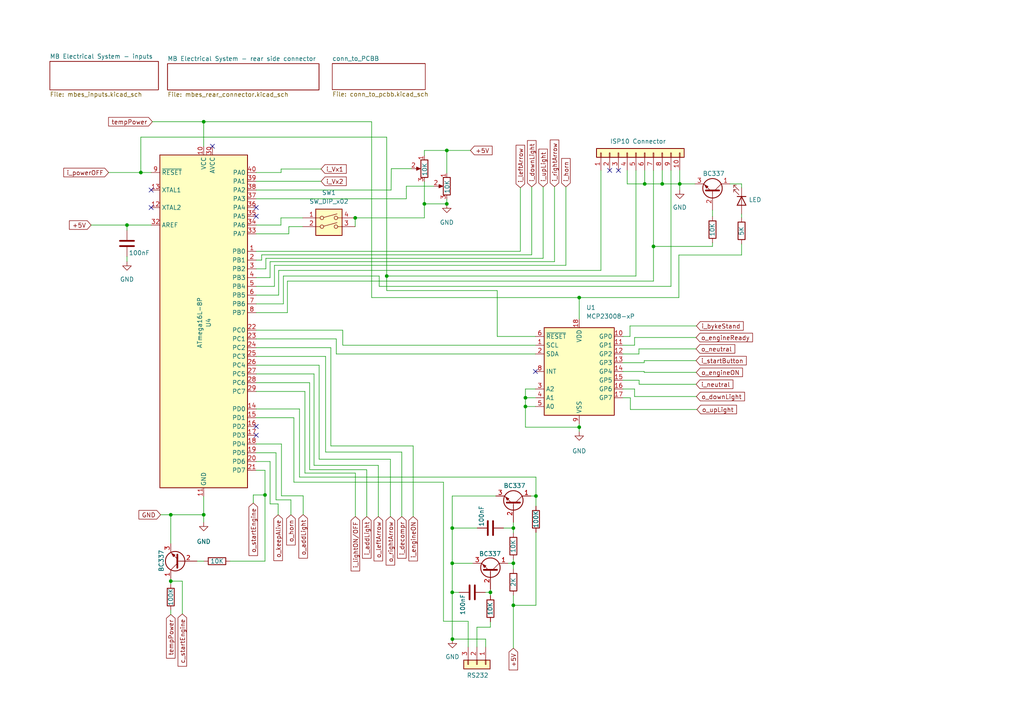
<source format=kicad_sch>
(kicad_sch (version 20211123) (generator eeschema)
  (paper "A4")
  (title_block (title "Motorbike lights and services controller") (date "2022-08-24") (rev "4.0") (company "Panicosoft") (comment 1 "Logic controller unit") (comment 2 "MCU connections"))
  (lib_symbols
    (symbol "ATmega:ATmega16L-8P"
      (property "Reference" "U" (at -12.7 49.53 0))
      (property "Value" "ATmega16L-8P" (at 2.54 -49.53 0))
      (symbol "ATmega16L-8P_0_1"
        (rectangle (start -12.7 -48.26) (end 12.7 48.26) (stroke (width 0.254)) (fill (type background)))
      )
      (symbol "ATmega16L-8P_1_1"
        (pin bidirectional line (at 15.24 20.32 180) (length 2.54) (name "PB0") (number "1"))
        (pin power_in line (at 0 50.8 270) (length 2.54) (name "VCC") (number "10"))
        (pin power_in line (at 0 -50.8 90) (length 2.54) (name "GND") (number "11"))
        (pin output line (at -15.24 33.02 0) (length 2.54) (name "XTAL2") (number "12"))
        (pin input line (at -15.24 38.1 0) (length 2.54) (name "XTAL1") (number "13"))
        (pin bidirectional line (at 15.24 -25.4 180) (length 2.54) (name "PD0") (number "14"))
        (pin bidirectional line (at 15.24 -27.94 180) (length 2.54) (name "PD1") (number "15"))
        (pin bidirectional line (at 15.24 -30.48 180) (length 2.54) (name "PD2") (number "16"))
        (pin bidirectional line (at 15.24 -33.02 180) (length 2.54) (name "PD3") (number "17"))
        (pin bidirectional line (at 15.24 -35.56 180) (length 2.54) (name "PD4") (number "18"))
        (pin bidirectional line (at 15.24 -38.1 180) (length 2.54) (name "PD5") (number "19"))
        (pin bidirectional line (at 15.24 17.78 180) (length 2.54) (name "PB1") (number "2"))
        (pin bidirectional line (at 15.24 -40.64 180) (length 2.54) (name "PD6") (number "20"))
        (pin bidirectional line (at 15.24 -43.18 180) (length 2.54) (name "PD7") (number "21"))
        (pin bidirectional line (at 15.24 -2.54 180) (length 2.54) (name "PC0") (number "22"))
        (pin bidirectional line (at 15.24 -5.08 180) (length 2.54) (name "PC1") (number "23"))
        (pin bidirectional line (at 15.24 -7.62 180) (length 2.54) (name "PC2") (number "24"))
        (pin bidirectional line (at 15.24 -10.16 180) (length 2.54) (name "PC3") (number "25"))
        (pin bidirectional line (at 15.24 -12.7 180) (length 2.54) (name "PC4") (number "26"))
        (pin bidirectional line (at 15.24 -15.24 180) (length 2.54) (name "PC5") (number "27"))
        (pin bidirectional line (at 15.24 -17.78 180) (length 2.54) (name "PC6") (number "28"))
        (pin bidirectional line (at 15.24 -20.32 180) (length 2.54) (name "PC7") (number "29"))
        (pin bidirectional line (at 15.24 15.24 180) (length 2.54) (name "PB2") (number "3"))
        (pin power_in line (at 2.54 50.8 270) (length 2.54) (name "AVCC") (number "30"))
        (pin passive line (at 0 -50.8 90) (length 2.54) hide (name "GND") (number "31"))
        (pin passive line (at -15.24 27.94 0) (length 2.54) (name "AREF") (number "32"))
        (pin bidirectional line (at 15.24 25.4 180) (length 2.54) (name "PA7") (number "33"))
        (pin bidirectional line (at 15.24 27.94 180) (length 2.54) (name "PA6") (number "34"))
        (pin bidirectional line (at 15.24 30.48 180) (length 2.54) (name "PA5") (number "35"))
        (pin bidirectional line (at 15.24 33.02 180) (length 2.54) (name "PA4") (number "36"))
        (pin bidirectional line (at 15.24 35.56 180) (length 2.54) (name "PA3") (number "37"))
        (pin bidirectional line (at 15.24 38.1 180) (length 2.54) (name "PA2") (number "38"))
        (pin bidirectional line (at 15.24 40.64 180) (length 2.54) (name "PA1") (number "39"))
        (pin bidirectional line (at 15.24 12.7 180) (length 2.54) (name "PB3") (number "4"))
        (pin bidirectional line (at 15.24 43.18 180) (length 2.54) (name "PA0") (number "40"))
        (pin bidirectional line (at 15.24 10.16 180) (length 2.54) (name "PB4") (number "5"))
        (pin bidirectional line (at 15.24 7.62 180) (length 2.54) (name "PB5") (number "6"))
        (pin bidirectional line (at 15.24 5.08 180) (length 2.54) (name "PB6") (number "7"))
        (pin bidirectional line (at 15.24 2.54 180) (length 2.54) (name "PB7") (number "8"))
        (pin input line (at -15.24 43.18 0) (length 2.54) (name "~{RESET}") (number "9"))
      )
    )
    (symbol "Connector_Generic:Conn_01x03" (pin_names (offset 1.016) hide)
      (property "Reference" "J" (at 0 5.08 0))
      (property "Value" "Conn_01x03" (at 0 -5.08 0))
      (symbol "Conn_01x03_1_1"
        (rectangle (start -1.27 -2.413) (end 0 -2.667) (stroke (width 0.1524)))
        (rectangle (start -1.27 0.127) (end 0 -0.127) (stroke (width 0.1524)))
        (rectangle (start -1.27 2.667) (end 0 2.413) (stroke (width 0.1524)))
        (rectangle (start -1.27 3.81) (end 1.27 -3.81) (stroke (width 0.254)) (fill (type background)))
        (pin passive line (at -5.08 2.54 0) (length 3.81) (name "Pin_1") (number "1"))
        (pin passive line (at -5.08 0 0) (length 3.81) (name "Pin_2") (number "2"))
        (pin passive line (at -5.08 -2.54 0) (length 3.81) (name "Pin_3") (number "3"))
      )
    )
    (symbol "Connector_Generic:Conn_01x10" (pin_names (offset 1.016) hide)
      (property "Reference" "J" (at 0 12.7 0))
      (property "Value" "Conn_01x10" (at 0 -15.24 0))
      (symbol "Conn_01x10_1_1"
        (rectangle (start -1.27 -12.573) (end 0 -12.827) (stroke (width 0.1524)))
        (rectangle (start -1.27 -10.033) (end 0 -10.287) (stroke (width 0.1524)))
        (rectangle (start -1.27 -7.493) (end 0 -7.747) (stroke (width 0.1524)))
        (rectangle (start -1.27 -4.953) (end 0 -5.207) (stroke (width 0.1524)))
        (rectangle (start -1.27 -2.413) (end 0 -2.667) (stroke (width 0.1524)))
        (rectangle (start -1.27 0.127) (end 0 -0.127) (stroke (width 0.1524)))
        (rectangle (start -1.27 2.667) (end 0 2.413) (stroke (width 0.1524)))
        (rectangle (start -1.27 5.207) (end 0 4.953) (stroke (width 0.1524)))
        (rectangle (start -1.27 7.747) (end 0 7.493) (stroke (width 0.1524)))
        (rectangle (start -1.27 10.287) (end 0 10.033) (stroke (width 0.1524)))
        (rectangle (start -1.27 11.43) (end 1.27 -13.97) (stroke (width 0.254)) (fill (type background)))
        (pin passive line (at -5.08 10.16 0) (length 3.81) (name "Pin_1") (number "1"))
        (pin passive line (at -5.08 -12.7 0) (length 3.81) (name "Pin_10") (number "10"))
        (pin passive line (at -5.08 7.62 0) (length 3.81) (name "Pin_2") (number "2"))
        (pin passive line (at -5.08 5.08 0) (length 3.81) (name "Pin_3") (number "3"))
        (pin passive line (at -5.08 2.54 0) (length 3.81) (name "Pin_4") (number "4"))
        (pin passive line (at -5.08 0 0) (length 3.81) (name "Pin_5") (number "5"))
        (pin passive line (at -5.08 -2.54 0) (length 3.81) (name "Pin_6") (number "6"))
        (pin passive line (at -5.08 -5.08 0) (length 3.81) (name "Pin_7") (number "7"))
        (pin passive line (at -5.08 -7.62 0) (length 3.81) (name "Pin_8") (number "8"))
        (pin passive line (at -5.08 -10.16 0) (length 3.81) (name "Pin_9") (number "9"))
      )
    )
    (symbol "Device:C" (pin_numbers hide) (pin_names (offset 0.254))
      (property "Reference" "C" (at 0.635 2.54 0))
      (property "Value" "C" (at 0.635 -2.54 0))
      (symbol "C_0_1"
        (polyline (pts (xy -2.032 -0.762) (xy 2.032 -0.762)) (stroke (width 0.508)))
        (polyline (pts (xy -2.032 0.762) (xy 2.032 0.762)) (stroke (width 0.508)))
      )
      (symbol "C_1_1"
        (pin passive line (at 0 3.81 270) (length 2.794) (name "~") (number "1"))
        (pin passive line (at 0 -3.81 90) (length 2.794) (name "~") (number "2"))
      )
    )
    (symbol "Device:LED" (pin_numbers hide) (pin_names (offset 1.016) hide)
      (property "Reference" "D" (at 0 2.54 0))
      (property "Value" "LED" (at 0 -2.54 0))
      (symbol "LED_0_1"
        (polyline (pts (xy -1.27 -1.27) (xy -1.27 1.27)) (stroke (width 0.254)))
        (polyline (pts (xy -1.27 0) (xy 1.27 0)))
        (polyline (pts (xy 1.27 -1.27) (xy 1.27 1.27) (xy -1.27 0) (xy 1.27 -1.27)) (stroke (width 0.254)))
        (polyline (pts (xy -3.048 -0.762) (xy -4.572 -2.286) (xy -3.81 -2.286) (xy -4.572 -2.286) (xy -4.572 -1.524)))
        (polyline (pts (xy -1.778 -0.762) (xy -3.302 -2.286) (xy -2.54 -2.286) (xy -3.302 -2.286) (xy -3.302 -1.524)))
      )
      (symbol "LED_1_1"
        (pin passive line (at -3.81 0 0) (length 2.54) (name "K") (number "1"))
        (pin passive line (at 3.81 0 180) (length 2.54) (name "A") (number "2"))
      )
    )
    (symbol "Device:R" (pin_numbers hide) (pin_names (offset 0))
      (property "Reference" "R" (at 2.032 0 90))
      (property "Value" "R" (at 0 0 90))
      (symbol "R_0_1"
        (rectangle (start -1.016 -2.54) (end 1.016 2.54) (stroke (width 0.254)))
      )
      (symbol "R_1_1"
        (pin passive line (at 0 3.81 270) (length 1.27) (name "~") (number "1"))
        (pin passive line (at 0 -3.81 90) (length 1.27) (name "~") (number "2"))
      )
    )
    (symbol "Device:R_Potentiometer" (pin_names (offset 1.016) hide)
      (property "Reference" "RV" (at -4.445 0 90))
      (property "Value" "R_Potentiometer" (at -2.54 0 90))
      (symbol "R_Potentiometer_0_1"
        (polyline (pts (xy 2.54 0) (xy 1.524 0)))
        (polyline (pts (xy 1.143 0) (xy 2.286 0.508) (xy 2.286 -0.508) (xy 1.143 0)) (fill (type outline)))
        (rectangle (start 1.016 2.54) (end -1.016 -2.54) (stroke (width 0.254)))
      )
      (symbol "R_Potentiometer_1_1"
        (pin passive line (at 0 3.81 270) (length 1.27) (name "1") (number "1"))
        (pin passive line (at 3.81 0 180) (length 1.27) (name "2") (number "2"))
        (pin passive line (at 0 -3.81 90) (length 1.27) (name "3") (number "3"))
      )
    )
    (symbol "Interface_Expansion:MCP23008-xP"
      (property "Reference" "U" (at -8.89 13.97 0))
      (property "Value" "MCP23008-xP" (at 8.89 13.97 0))
      (symbol "MCP23008-xP_0_1"
        (rectangle (start -10.16 12.7) (end 10.16 -12.7) (stroke (width 0.254)) (fill (type background)))
      )
      (symbol "MCP23008-xP_1_1"
        (pin input line (at -12.7 7.62 0) (length 2.54) (name "SCL") (number "1"))
        (pin bidirectional line (at 12.7 10.16 180) (length 2.54) (name "GP0") (number "10"))
        (pin bidirectional line (at 12.7 7.62 180) (length 2.54) (name "GP1") (number "11"))
        (pin bidirectional line (at 12.7 5.08 180) (length 2.54) (name "GP2") (number "12"))
        (pin bidirectional line (at 12.7 2.54 180) (length 2.54) (name "GP3") (number "13"))
        (pin bidirectional line (at 12.7 0 180) (length 2.54) (name "GP4") (number "14"))
        (pin bidirectional line (at 12.7 -2.54 180) (length 2.54) (name "GP5") (number "15"))
        (pin bidirectional line (at 12.7 -5.08 180) (length 2.54) (name "GP6") (number "16"))
        (pin bidirectional line (at 12.7 -7.62 180) (length 2.54) (name "GP7") (number "17"))
        (pin power_in line (at 0 15.24 270) (length 2.54) (name "VDD") (number "18"))
        (pin bidirectional line (at -12.7 5.08 0) (length 2.54) (name "SDA") (number "2"))
        (pin input line (at -12.7 -5.08 0) (length 2.54) (name "A2") (number "3"))
        (pin input line (at -12.7 -7.62 0) (length 2.54) (name "A1") (number "4"))
        (pin input line (at -12.7 -10.16 0) (length 2.54) (name "A0") (number "5"))
        (pin input line (at -12.7 10.16 0) (length 2.54) (name "~{RESET}") (number "6"))
        (pin no_connect line (at -10.16 -2.54 0) (length 2.54) hide (name "NC") (number "7"))
        (pin output line (at -12.7 0 0) (length 2.54) (name "INT") (number "8"))
        (pin power_in line (at 0 -15.24 90) (length 2.54) (name "VSS") (number "9"))
      )
    )
    (symbol "Switch:SW_DIP_x02" (pin_names (offset 0) hide)
      (property "Reference" "SW" (at 0 6.35 0))
      (property "Value" "SW_DIP_x02" (at 0 -3.81 0))
      (symbol "SW_DIP_x02_0_0"
        (circle (center -2.032 0) (radius 0.508))
        (circle (center -2.032 2.54) (radius 0.508))
        (polyline (pts (xy -1.524 0.127) (xy 2.3622 1.1684)))
        (polyline (pts (xy -1.524 2.667) (xy 2.3622 3.7084)))
        (circle (center 2.032 0) (radius 0.508))
        (circle (center 2.032 2.54) (radius 0.508))
      )
      (symbol "SW_DIP_x02_0_1"
        (rectangle (start -3.81 5.08) (end 3.81 -2.54) (stroke (width 0.254)) (fill (type background)))
      )
      (symbol "SW_DIP_x02_1_1"
        (pin passive line (at -7.62 2.54 0) (length 5.08) (name "~") (number "1"))
        (pin passive line (at -7.62 0 0) (length 5.08) (name "~") (number "2"))
        (pin passive line (at 7.62 0 180) (length 5.08) (name "~") (number "3"))
        (pin passive line (at 7.62 2.54 180) (length 5.08) (name "~") (number "4"))
      )
    )
    (symbol "Transistor_BJT:BC337" (pin_names (offset 0) hide)
      (property "Reference" "Q" (at 5.08 1.905 0))
      (property "Value" "BC337" (at 5.08 0 0))
      (symbol "BC337_0_1"
        (polyline (pts (xy 0 0) (xy 0.635 0)))
        (polyline (pts (xy 0.635 0.635) (xy 2.54 2.54)))
        (polyline (pts (xy 0.635 -0.635) (xy 2.54 -2.54) (xy 2.54 -2.54)))
        (polyline (pts (xy 0.635 1.905) (xy 0.635 -1.905) (xy 0.635 -1.905)) (stroke (width 0.508)))
        (polyline (pts (xy 1.27 -1.778) (xy 1.778 -1.27) (xy 2.286 -2.286) (xy 1.27 -1.778) (xy 1.27 -1.778)) (fill (type outline)))
        (circle (center 1.27 0) (radius 2.8194) (stroke (width 0.254)))
      )
      (symbol "BC337_1_1"
        (pin passive line (at 2.54 5.08 270) (length 2.54) (name "C") (number "1"))
        (pin input line (at -5.08 0 0) (length 5.08) (name "B") (number "2"))
        (pin passive line (at 2.54 -5.08 90) (length 2.54) (name "E") (number "3"))
      )
    )
    (symbol "power:GND" (power) (pin_names (offset 0))
      (property "Value" "GND" (at 0 -3.81 0))
      (symbol "GND_0_1"
        (polyline (pts (xy 0 0) (xy 0 -1.27) (xy 1.27 -1.27) (xy 0 -2.54) (xy -1.27 -1.27) (xy 0 -1.27)))
      )
      (symbol "GND_1_1"
        (pin power_in line (at 0 0 270) (length 0) hide (name "GND") (number "1"))
      )
    )
  )
  (bus_alias "port-b" (members "PB0" "PB1" "PB2" "PB3" "PB4" "PB5" "PB6" "PB7"))
  (junction (at 59.0804 35.306))
  (junction (at 49.53 168.5544))
  (junction (at 148.8948 163.3728))
  (junction (at 123.0884 59.1312))
  (junction (at 131.1656 171.8056))
  (junction (at 49.53 149.3012))
  (junction (at 167.9956 123.9012))
  (junction (at 167.9956 86.3092))
  (junction (at 59.0804 149.3012))
  (junction (at 155.448 143.8656))
  (junction (at 131.2164 185.3692))
  (junction (at 103.0224 63.1952))
  (junction (at 129.5908 43.6372))
  (junction (at 186.9948 53.34))
  (junction (at 142.24 171.8056))
  (junction (at 131.1656 153.162))
  (junction (at 76.8604 143.5608))
  (junction (at 148.8948 175.5648))
  (junction (at 131.1656 163.3728))
  (junction (at 112.1664 80.0608))
  (junction (at 36.83 65.278))
  (junction (at 152.4 117.9068))
  (junction (at 148.8948 153.162))
  (junction (at 189.5348 71.4756))
  (junction (at 197.1548 53.34))
  (junction (at 152.4 115.3668))
  (junction (at 192.0748 53.34))
  (junction (at 40.8432 50.038))
  (junction (at 129.5908 59.1312))
  (no_connect (at 43.8404 55.118))
  (no_connect (at 74.3204 123.698))
  (no_connect (at 43.8404 60.198))
  (no_connect (at 74.3204 126.238))
  (no_connect (at 155.2956 107.7468))
  (no_connect (at 179.3748 49.4284))
  (no_connect (at 74.3204 62.738))
  (no_connect (at 176.8348 49.4284))
  (no_connect (at 61.6204 42.418))
  (no_connect (at 74.3204 60.198))
  (wire (pts (xy 143.8148 143.8656) (xy 131.1656 143.8656)))
  (wire (pts (xy 184.0484 112.8268) (xy 180.6956 112.8268)))
  (wire (pts (xy 186.8424 108.0008) (xy 186.8424 107.7468)))
  (wire (pts (xy 123.0884 59.1312) (xy 123.0884 52.7304)))
  (wire (pts (xy 74.3204 72.898) (xy 150.9268 72.898)))
  (wire (pts (xy 89.8144 136.2456) (xy 89.8144 110.998)))
  (wire (pts (xy 184.0484 97.8916) (xy 184.0484 100.1268)))
  (wire (pts (xy 49.53 149.3012) (xy 59.0804 149.3012)))
  (wire (pts (xy 74.3204 136.398) (xy 76.8604 136.398)))
  (wire (pts (xy 157.5308 74.93) (xy 157.5308 54.2036)))
  (wire (pts (xy 206.6544 70.4088) (xy 206.6544 71.4756)))
  (wire (pts (xy 103.0224 63.1952) (xy 123.0884 63.1952)))
  (wire (pts (xy 83.7692 65.7352) (xy 87.7824 65.7352)))
  (wire (pts (xy 81.534 49.022) (xy 81.534 50.038)))
  (wire (pts (xy 113.2332 149.8092) (xy 113.2332 133.1976)))
  (wire (pts (xy 152.4 112.8268) (xy 152.4 115.3668)))
  (wire (pts (xy 74.3204 118.618) (xy 86.868 118.618)))
  (wire (pts (xy 123.0884 59.1312) (xy 123.0884 63.1952)))
  (wire (pts (xy 201.8792 101.1936) (xy 185.3184 101.1936)))
  (wire (pts (xy 82.1944 80.0608) (xy 109.982 80.0608)))
  (wire (pts (xy 80.0608 131.318) (xy 74.3204 131.318)))
  (wire (pts (xy 76.8604 162.7632) (xy 66.7512 162.7632)))
  (wire (pts (xy 150.9268 72.898) (xy 150.9268 54.4576)))
  (wire (pts (xy 148.8948 163.3728) (xy 147.32 163.3728)))
  (wire (pts (xy 59.0804 35.306) (xy 59.0804 42.418)))
  (wire (pts (xy 148.8948 172.6692) (xy 148.8948 175.5648)))
  (wire (pts (xy 74.3204 105.918) (xy 92.5576 105.918)))
  (wire (pts (xy 74.3204 67.818) (xy 83.7692 67.818)))
  (wire (pts (xy 76.8604 136.398) (xy 76.8604 143.5608)))
  (wire (pts (xy 185.3692 111.4552) (xy 185.3692 110.2868)))
  (wire (pts (xy 196.9008 86.3092) (xy 196.9008 73.9648)))
  (wire (pts (xy 185.3184 101.1936) (xy 185.3184 102.6668)))
  (wire (pts (xy 182.7276 97.5868) (xy 180.6956 97.5868)))
  (wire (pts (xy 57.15 162.7632) (xy 59.1312 162.7632)))
  (wire (pts (xy 75.8952 75.438) (xy 75.8952 73.914)))
  (wire (pts (xy 83.7692 67.818) (xy 83.7692 65.7352)))
  (wire (pts (xy 186.9948 53.34) (xy 186.9948 49.4284)))
  (wire (pts (xy 155.448 143.8656) (xy 155.448 146.812)))
  (wire (pts (xy 148.8948 163.3728) (xy 148.8948 165.0492)))
  (wire (pts (xy 74.3204 52.578) (xy 93.1164 52.578)))
  (wire (pts (xy 74.3204 95.758) (xy 99.4156 95.758)))
  (wire (pts (xy 74.3204 128.778) (xy 81.6356 128.778)))
  (wire (pts (xy 78.3336 133.858) (xy 78.3336 146.1516)))
  (wire (pts (xy 49.53 149.3012) (xy 49.53 157.6832)))
  (wire (pts (xy 78.3336 80.518) (xy 78.3336 75.8952)))
  (wire (pts (xy 148.8948 162.2044) (xy 148.8948 163.3728)))
  (wire (pts (xy 74.3204 55.118) (xy 113.4364 55.118)))
  (wire (pts (xy 215.0872 62.0776) (xy 215.0872 63.1444)))
  (wire (pts (xy 106.3752 149.8092) (xy 106.3752 136.2456)))
  (wire (pts (xy 79.6036 76.962) (xy 164.1348 76.962)))
  (wire (pts (xy 155.448 143.8656) (xy 153.9748 143.8656)))
  (wire (pts (xy 73.4568 145.8976) (xy 73.4568 143.5608)))
  (wire (pts (xy 109.728 149.8092) (xy 109.728 134.9756)))
  (wire (pts (xy 123.0884 45.1104) (xy 123.0884 43.6372)))
  (wire (pts (xy 88.4428 137.2108) (xy 88.4428 113.538)))
  (wire (pts (xy 74.3204 110.998) (xy 89.8144 110.998)))
  (wire (pts (xy 80.8228 85.598) (xy 80.8228 78.4352)))
  (wire (pts (xy 75.8952 73.914) (xy 154.2288 73.914)))
  (wire (pts (xy 74.3204 108.458) (xy 91.0844 108.458)))
  (wire (pts (xy 109.728 134.9756) (xy 91.0844 134.9756)))
  (wire (pts (xy 103.0224 63.1952) (xy 103.0224 65.7352)))
  (wire (pts (xy 117.856 57.658) (xy 117.856 54.0004)))
  (wire (pts (xy 148.8948 153.162) (xy 146.05 153.162)))
  (wire (pts (xy 184.4548 49.4284) (xy 184.4548 80.0608)))
  (wire (pts (xy 142.24 181.9148) (xy 142.24 180.34)))
  (wire (pts (xy 107.7976 35.306) (xy 59.0804 35.306)))
  (wire (pts (xy 80.6704 146.1516) (xy 80.6704 149.3012)))
  (wire (pts (xy 113.2332 133.1976) (xy 92.5576 133.1976)))
  (wire (pts (xy 201.8792 97.8916) (xy 184.0484 97.8916)))
  (wire (pts (xy 206.6544 71.4756) (xy 189.5348 71.4756)))
  (wire (pts (xy 74.3204 90.678) (xy 83.3628 90.678)))
  (wire (pts (xy 201.8792 104.5972) (xy 186.8424 104.5972)))
  (wire (pts (xy 123.0884 43.6372) (xy 129.5908 43.6372)))
  (wire (pts (xy 49.53 176.9872) (xy 49.53 178.2064)))
  (wire (pts (xy 189.5348 71.4756) (xy 189.5348 81.534)))
  (wire (pts (xy 116.5352 149.8092) (xy 116.5352 131.1148)))
  (wire (pts (xy 135.7884 180.1876) (xy 135.7884 187.6552)))
  (wire (pts (xy 83.3628 81.534) (xy 83.3628 90.678)))
  (wire (pts (xy 26.416 65.278) (xy 36.83 65.278)))
  (wire (pts (xy 82.1944 88.138) (xy 74.3204 88.138)))
  (wire (pts (xy 131.2164 185.3692) (xy 131.1656 185.3692)))
  (wire (pts (xy 80.0608 131.318) (xy 80.0608 144.9832)))
  (wire (pts (xy 84.3788 144.9832) (xy 80.0608 144.9832)))
  (wire (pts (xy 128.6256 180.1876) (xy 135.7884 180.1876)))
  (wire (pts (xy 154.2288 73.914) (xy 154.2288 54.2036)))
  (wire (pts (xy 142.24 171.8056) (xy 140.7668 171.8056)))
  (wire (pts (xy 128.6256 139.8524) (xy 128.6256 180.1876)))
  (wire (pts (xy 192.0748 53.34) (xy 186.9948 53.34)))
  (wire (pts (xy 129.5908 57.8104) (xy 129.5908 59.1312)))
  (wire (pts (xy 131.1656 143.8656) (xy 131.1656 153.162)))
  (wire (pts (xy 36.83 65.278) (xy 36.83 66.802)))
  (wire (pts (xy 182.8292 115.3668) (xy 180.6956 115.3668)))
  (wire (pts (xy 119.8372 149.8092) (xy 119.8372 129.3368)))
  (wire (pts (xy 97.536 98.298) (xy 74.3204 98.298)))
  (wire (pts (xy 186.9948 53.34) (xy 181.9148 53.34)))
  (wire (pts (xy 106.3752 136.2456) (xy 89.8144 136.2456)))
  (wire (pts (xy 74.3204 103.378) (xy 94.4372 103.378)))
  (wire (pts (xy 138.43 153.162) (xy 131.1656 153.162)))
  (wire (pts (xy 186.8424 104.5972) (xy 186.8424 105.2068)))
  (wire (pts (xy 52.8828 168.5544) (xy 52.8828 178.054)))
  (wire (pts (xy 181.9148 53.34) (xy 181.9148 49.4284)))
  (wire (pts (xy 142.24 171.8056) (xy 142.24 172.72)))
  (wire (pts (xy 82.1944 88.138) (xy 82.1944 80.0608)))
  (wire (pts (xy 182.7276 94.5388) (xy 182.7276 97.5868)))
  (wire (pts (xy 138.3284 187.6552) (xy 138.3284 181.9148)))
  (wire (pts (xy 83.3628 81.534) (xy 189.5348 81.534)))
  (wire (pts (xy 197.1548 53.34) (xy 192.0748 53.34)))
  (wire (pts (xy 152.4 115.3668) (xy 155.2956 115.3668)))
  (wire (pts (xy 144.2212 97.5868) (xy 144.2212 84.2772)))
  (wire (pts (xy 40.8432 39.7764) (xy 112.1664 39.7764)))
  (wire (pts (xy 167.9956 122.9868) (xy 167.9956 123.9012)))
  (wire (pts (xy 206.6544 60.96) (xy 206.6544 62.7888)))
  (wire (pts (xy 148.8948 175.5648) (xy 148.8948 188.0108)))
  (wire (pts (xy 196.9008 73.9648) (xy 215.0872 73.9648)))
  (wire (pts (xy 180.6956 100.1268) (xy 184.0484 100.1268)))
  (wire (pts (xy 142.24 170.9928) (xy 142.24 171.8056)))
  (wire (pts (xy 152.4 117.9068) (xy 155.2956 117.9068)))
  (wire (pts (xy 74.3204 57.658) (xy 117.856 57.658)))
  (wire (pts (xy 148.8948 153.162) (xy 148.8948 154.5844)))
  (wire (pts (xy 152.4 115.3668) (xy 152.4 117.9068)))
  (wire (pts (xy 99.4156 100.1268) (xy 99.4156 95.758)))
  (wire (pts (xy 184.0484 115.0112) (xy 184.0484 112.8268)))
  (wire (pts (xy 194.6148 83.058) (xy 194.6148 49.4284)))
  (wire (pts (xy 74.3204 50.038) (xy 81.534 50.038)))
  (wire (pts (xy 140.8684 185.3692) (xy 131.2164 185.3692)))
  (wire (pts (xy 184.0484 115.0112) (xy 201.9808 115.0112)))
  (wire (pts (xy 74.3204 65.278) (xy 81.4832 65.278)))
  (wire (pts (xy 174.2948 49.4284) (xy 174.2948 78.4352)))
  (wire (pts (xy 197.1548 49.4284) (xy 197.1548 53.34)))
  (wire (pts (xy 182.8292 118.7704) (xy 182.8292 115.3668)))
  (wire (pts (xy 74.3204 75.438) (xy 75.8952 75.438)))
  (wire (pts (xy 186.8424 107.7468) (xy 180.6956 107.7468)))
  (wire (pts (xy 74.3204 80.518) (xy 78.3336 80.518)))
  (wire (pts (xy 155.2956 102.6668) (xy 97.536 102.6668)))
  (wire (pts (xy 137.16 163.3728) (xy 131.1656 163.3728)))
  (wire (pts (xy 80.8228 78.4352) (xy 174.2948 78.4352)))
  (wire (pts (xy 109.982 80.0608) (xy 109.982 83.058)))
  (wire (pts (xy 197.1548 53.34) (xy 197.1548 55.0672)))
  (wire (pts (xy 186.8424 105.2068) (xy 180.6956 105.2068)))
  (wire (pts (xy 77.1144 77.978) (xy 77.1144 74.93)))
  (wire (pts (xy 107.7976 86.3092) (xy 107.7976 35.306)))
  (wire (pts (xy 74.3204 121.158) (xy 85.2424 121.158)))
  (wire (pts (xy 131.1656 153.162) (xy 131.1656 163.3728)))
  (wire (pts (xy 128.6256 139.8524) (xy 85.2424 139.8524)))
  (wire (pts (xy 40.8432 50.038) (xy 43.8404 50.038)))
  (wire (pts (xy 40.8432 50.038) (xy 40.8432 39.7764)))
  (wire (pts (xy 129.5908 59.1312) (xy 123.0884 59.1312)))
  (wire (pts (xy 79.6036 83.058) (xy 79.6036 76.962)))
  (wire (pts (xy 59.0804 149.3012) (xy 59.0804 151.4348)))
  (wire (pts (xy 215.0872 73.9648) (xy 215.0872 70.7644)))
  (wire (pts (xy 92.5576 133.1976) (xy 92.5576 105.918)))
  (wire (pts (xy 119.8372 129.3368) (xy 95.9612 129.3368)))
  (wire (pts (xy 36.83 74.422) (xy 36.83 75.8444)))
  (wire (pts (xy 84.3788 144.9832) (xy 84.3788 149.3012)))
  (wire (pts (xy 74.3204 133.858) (xy 78.3336 133.858)))
  (wire (pts (xy 31.496 50.038) (xy 40.8432 50.038)))
  (wire (pts (xy 109.982 83.058) (xy 194.6148 83.058)))
  (wire (pts (xy 129.5908 43.6372) (xy 136.4488 43.6372)))
  (wire (pts (xy 73.4568 143.5608) (xy 76.8604 143.5608)))
  (wire (pts (xy 74.3204 83.058) (xy 79.6036 83.058)))
  (wire (pts (xy 131.1656 171.8056) (xy 131.1656 185.3692)))
  (wire (pts (xy 201.8792 111.4552) (xy 185.3692 111.4552)))
  (wire (pts (xy 81.6356 128.778) (xy 81.6356 143.8148)))
  (wire (pts (xy 160.8328 75.8952) (xy 160.8328 54.1528)))
  (wire (pts (xy 97.536 102.6668) (xy 97.536 98.298)))
  (wire (pts (xy 138.3284 181.9148) (xy 142.24 181.9148)))
  (wire (pts (xy 81.4832 65.278) (xy 81.4832 63.1952)))
  (wire (pts (xy 144.2212 84.2772) (xy 112.1664 84.2772)))
  (wire (pts (xy 117.856 54.0004) (xy 125.7808 54.0004)))
  (wire (pts (xy 182.8292 118.7704) (xy 202.1332 118.7704)))
  (wire (pts (xy 46.5836 149.3012) (xy 49.53 149.3012)))
  (wire (pts (xy 112.1664 80.0608) (xy 184.4548 80.0608)))
  (wire (pts (xy 93.1164 49.022) (xy 81.534 49.022)))
  (wire (pts (xy 182.7276 94.5388) (xy 201.9808 94.5388)))
  (wire (pts (xy 189.5348 49.4284) (xy 189.5348 71.4756)))
  (wire (pts (xy 201.5744 53.34) (xy 197.1548 53.34)))
  (wire (pts (xy 85.2424 139.8524) (xy 85.2424 121.158)))
  (wire (pts (xy 152.4 123.9012) (xy 167.9956 123.9012)))
  (wire (pts (xy 211.7344 53.34) (xy 215.0872 53.34)))
  (wire (pts (xy 59.0804 149.3012) (xy 59.0804 144.018)))
  (wire (pts (xy 78.3336 146.1516) (xy 80.6704 146.1516)))
  (wire (pts (xy 112.1664 39.7764) (xy 112.1664 80.0608)))
  (wire (pts (xy 155.2956 97.5868) (xy 144.2212 97.5868)))
  (wire (pts (xy 131.1656 163.3728) (xy 131.1656 171.8056)))
  (wire (pts (xy 201.93 108.0008) (xy 186.8424 108.0008)))
  (wire (pts (xy 167.9956 123.9012) (xy 167.9956 125.1712)))
  (wire (pts (xy 192.0748 53.34) (xy 192.0748 49.4284)))
  (wire (pts (xy 94.4372 131.1148) (xy 94.4372 103.378)))
  (wire (pts (xy 81.4832 63.1952) (xy 87.7824 63.1952)))
  (wire (pts (xy 49.53 167.8432) (xy 49.53 168.5544)))
  (wire (pts (xy 113.4364 55.118) (xy 113.4872 48.9204)))
  (wire (pts (xy 185.3692 110.2868) (xy 180.6956 110.2868)))
  (wire (pts (xy 112.1664 80.0608) (xy 112.1664 84.2772)))
  (wire (pts (xy 43.8404 65.278) (xy 36.83 65.278)))
  (wire (pts (xy 148.8948 151.4856) (xy 148.8948 153.162)))
  (wire (pts (xy 133.1468 171.8056) (xy 131.1656 171.8056)))
  (wire (pts (xy 155.2956 100.1268) (xy 99.4156 100.1268)))
  (wire (pts (xy 87.9348 143.8148) (xy 81.6356 143.8148)))
  (wire (pts (xy 77.1144 74.93) (xy 157.5308 74.93)))
  (wire (pts (xy 74.3204 77.978) (xy 77.1144 77.978)))
  (wire (pts (xy 103.0732 149.8092) (xy 103.0732 137.2108)))
  (wire (pts (xy 155.448 175.5648) (xy 148.8948 175.5648)))
  (wire (pts (xy 215.0872 53.34) (xy 215.0872 54.4576)))
  (wire (pts (xy 74.3204 113.538) (xy 88.4428 113.538)))
  (wire (pts (xy 74.3204 85.598) (xy 80.8228 85.598)))
  (wire (pts (xy 155.448 138.3792) (xy 155.448 143.8656)))
  (wire (pts (xy 116.5352 131.1148) (xy 94.4372 131.1148)))
  (wire (pts (xy 167.9956 86.3092) (xy 167.9956 92.5068)))
  (wire (pts (xy 164.1348 76.962) (xy 164.1348 54.2036)))
  (wire (pts (xy 49.53 168.5544) (xy 52.8828 168.5544)))
  (wire (pts (xy 87.9348 143.8148) (xy 87.9348 149.2504)))
  (wire (pts (xy 76.8604 143.5608) (xy 76.8604 162.7632)))
  (wire (pts (xy 152.4 117.9068) (xy 152.4 123.9012)))
  (wire (pts (xy 167.9956 86.3092) (xy 196.9008 86.3092)))
  (wire (pts (xy 78.3336 75.8952) (xy 160.8328 75.8952)))
  (wire (pts (xy 103.0732 137.2108) (xy 88.4428 137.2108)))
  (wire (pts (xy 155.2956 112.8268) (xy 152.4 112.8268)))
  (wire (pts (xy 167.9956 86.3092) (xy 107.7976 86.3092)))
  (wire (pts (xy 129.5908 43.6372) (xy 129.5908 50.1904)))
  (wire (pts (xy 49.53 168.5544) (xy 49.53 169.3672)))
  (wire (pts (xy 185.3184 102.6668) (xy 180.6956 102.6668)))
  (wire (pts (xy 155.448 138.3792) (xy 86.868 138.3792)))
  (wire (pts (xy 44.196 35.306) (xy 59.0804 35.306)))
  (wire (pts (xy 113.4872 48.9204) (xy 119.2784 48.9204)))
  (wire (pts (xy 86.868 118.618) (xy 86.868 138.3792)))
  (wire (pts (xy 95.9612 129.3368) (xy 95.9612 100.838)))
  (wire (pts (xy 140.8684 187.6552) (xy 140.8684 185.3692)))
  (wire (pts (xy 74.3204 100.838) (xy 95.9612 100.838)))
  (wire (pts (xy 91.0844 134.9756) (xy 91.0844 108.458)))
  (wire (pts (xy 155.448 154.432) (xy 155.448 175.5648)))
  (global_label "i_neutral" (shape input) (at 201.8792 111.4552 0) (property "Riferimenti inter-foglio" "${INTERSHEET_REFS}" (effects hide)))
  (global_label "i_addLight" (shape input) (at 106.3752 149.8092 270) (property "Riferimenti inter-foglio" "${INTERSHEET_REFS}" (effects hide)))
  (global_label "tempPower" (shape input) (at 44.196 35.306 180) (property "Riferimenti inter-foglio" "${INTERSHEET_REFS}" (effects hide)))
  (global_label "o_engineON" (shape input) (at 201.93 108.0008 0) (property "Riferimenti inter-foglio" "${INTERSHEET_REFS}" (effects hide)))
  (global_label "i_lightON{slash}OFF" (shape input) (at 103.0732 149.8092 270) (property "Riferimenti inter-foglio" "${INTERSHEET_REFS}" (effects hide)))
  (global_label "o_leftArrow" (shape input) (at 109.728 149.8092 270) (property "Riferimenti inter-foglio" "${INTERSHEET_REFS}" (effects hide)))
  (global_label "+5V" (shape input) (at 26.416 65.278 180) (property "Riferimenti inter-foglio" "${INTERSHEET_REFS}" (effects hide)))
  (global_label "i_horn" (shape input) (at 164.1348 54.2036 90) (property "Riferimenti inter-foglio" "${INTERSHEET_REFS}" (effects hide)))
  (global_label "i_Vx1" (shape input) (at 93.1164 49.022 0) (property "Riferimenti inter-foglio" "${INTERSHEET_REFS}" (effects hide)))
  (global_label "i_upLight" (shape input) (at 157.5308 54.2036 90) (property "Riferimenti inter-foglio" "${INTERSHEET_REFS}" (effects hide)))
  (global_label "o_horn" (shape input) (at 84.3788 149.3012 270) (property "Riferimenti inter-foglio" "${INTERSHEET_REFS}" (effects hide)))
  (global_label "GND" (shape input) (at 46.5836 149.3012 180) (property "Riferimenti inter-foglio" "${INTERSHEET_REFS}" (effects hide)))
  (global_label "o_neutral" (shape input) (at 201.8792 101.1936 0) (property "Riferimenti inter-foglio" "${INTERSHEET_REFS}" (effects hide)))
  (global_label "o_downLight" (shape input) (at 201.9808 115.0112 0) (property "Riferimenti inter-foglio" "${INTERSHEET_REFS}" (effects hide)))
  (global_label "i_bykeStand" (shape input) (at 201.9808 94.5388 0) (property "Riferimenti inter-foglio" "${INTERSHEET_REFS}" (effects hide)))
  (global_label "i_rightArrow" (shape input) (at 160.8328 54.1528 90) (property "Riferimenti inter-foglio" "${INTERSHEET_REFS}" (effects hide)))
  (global_label "o_keepAlive" (shape input) (at 80.6704 149.3012 270) (property "Riferimenti inter-foglio" "${INTERSHEET_REFS}" (effects hide)))
  (global_label "i_decompr" (shape input) (at 116.5352 149.8092 270) (property "Riferimenti inter-foglio" "${INTERSHEET_REFS}" (effects hide)))
  (global_label "+5V" (shape input) (at 136.4488 43.6372 0) (property "Riferimenti inter-foglio" "${INTERSHEET_REFS}" (effects hide)))
  (global_label "i_leftArrow" (shape input) (at 150.9268 54.4576 90) (property "Riferimenti inter-foglio" "${INTERSHEET_REFS}" (effects hide)))
  (global_label "o_rightArrow" (shape input) (at 113.2332 149.8092 270) (property "Riferimenti inter-foglio" "${INTERSHEET_REFS}" (effects hide)))
  (global_label "i_downLight" (shape input) (at 154.2288 54.2036 90) (property "Riferimenti inter-foglio" "${INTERSHEET_REFS}" (effects hide)))
  (global_label "o_startEngine" (shape input) (at 73.4568 145.8976 270) (property "Riferimenti inter-foglio" "${INTERSHEET_REFS}" (effects hide)))
  (global_label "i_powerOFF" (shape input) (at 31.496 50.038 180) (property "Riferimenti inter-foglio" "${INTERSHEET_REFS}" (effects hide)))
  (global_label "o_addLight" (shape input) (at 87.9348 149.2504 270) (property "Riferimenti inter-foglio" "${INTERSHEET_REFS}" (effects hide)))
  (global_label "c_startEngine" (shape input) (at 52.8828 178.054 270) (property "Riferimenti inter-foglio" "${INTERSHEET_REFS}" (effects hide)))
  (global_label "i_startButton" (shape input) (at 201.8792 104.5972 0) (property "Riferimenti inter-foglio" "${INTERSHEET_REFS}" (effects hide)))
  (global_label "i_Vx2" (shape input) (at 93.1164 52.578 0) (property "Riferimenti inter-foglio" "${INTERSHEET_REFS}" (effects hide)))
  (global_label "tempPower" (shape input) (at 49.53 178.2064 270) (property "Riferimenti inter-foglio" "${INTERSHEET_REFS}" (effects hide)))
  (global_label "o_upLight" (shape input) (at 202.1332 118.7704 0) (property "Riferimenti inter-foglio" "${INTERSHEET_REFS}" (effects hide)))
  (global_label "o_engineReady" (shape input) (at 201.8792 97.8916 0) (property "Riferimenti inter-foglio" "${INTERSHEET_REFS}" (effects hide)))
  (global_label "i_engineON" (shape input) (at 119.8372 149.8092 270) (property "Riferimenti inter-foglio" "${INTERSHEET_REFS}" (effects hide)))
  (global_label "+5V" (shape input) (at 148.8948 188.0108 270) (property "Riferimenti inter-foglio" "${INTERSHEET_REFS}" (effects hide)))
  (symbol (lib_id "Device:LED") (at 215.0872 58.2676 270) (unit 1)
    (property "Reference" "D1" (effects hide))
    (property "Value" "LED" (at 217.17 57.95 90) (effects (justify left)))
    (property "Footprint" "LED_THT:LED_D3.0mm" (effects hide))
  )
  (symbol (lib_id "Device:C") (at 142.24 153.162 270) (unit 1)
    (property "Reference" "C3" (effects hide))
    (property "Value" "100nF" (at 139.6492 146.6596 0) (effects (justify left)))
    (property "Footprint" "Capacitor_THT:C_Disc_D6.0mm_W2.5mm_P5.00mm" (effects hide))
  )
  (symbol (lib_id "Device:C") (at 36.83 70.612 0) (unit 1)
    (property "Reference" "C2" (effects hide))
    (property "Value" "100nF" (at 37.338 73.3552 0) (effects (justify left)))
    (property "Footprint" "Capacitor_THT:C_Disc_D6.0mm_W2.5mm_P5.00mm" (effects hide))
  )
  (symbol (lib_id "ATmega:ATmega16L-8P") (at 59.0804 93.218 0) (unit 1)
    (property "Reference" "U4" (at 60.4774 93.599 90))
    (property "Value" "ATmega16L-8P" (at 57.9374 93.599 90))
    (property "Footprint" "Package_DIP:DIP-40_W15.24mm" (effects hide))
    (property "Datasheet" "http://ww1.microchip.com/downloads/en/DeviceDoc/doc2466.pdf" (effects hide))
  )
  (symbol (lib_id "Transistor_BJT:BC337") (at 206.6544 55.88 270) (mirror x) (unit 1)
    (property "Reference" "Q4" (effects hide))
    (property "Value" "BC337" (at 203.8096 50.3428 90) (effects (justify left)))
    (property "Footprint" "Package_TO_SOT_THT:TO-92_Inline_Wide" (effects hide))
    (property "Datasheet" "https://diotec.com/tl_files/diotec/files/pdf/datasheets/bc337.pdf" (effects hide))
  )
  (symbol (lib_id "Connector_Generic:Conn_01x10") (at 184.4548 44.3484 90) (unit 1)
    (property "Reference" "ISP101" (effects hide))
    (property "Value" "ISP10 Connector" (at 193.1924 40.9956 90) (effects (justify left)))
    (property "Footprint" "Connector_PinHeader_2.54mm:PinHeader_2x05_P2.54mm_Vertical" (effects hide))
  )
  (symbol (lib_id "Device:R") (at 62.9412 162.7632 90) (unit 1)
    (property "Reference" "R7" (effects hide))
    (property "Value" "10K" (at 62.9412 162.7632 90))
    (property "Footprint" "Resistor_THT:R_Axial_DIN0207_L6.3mm_D2.5mm_P7.62mm_Horizontal" (effects hide))
  )
  (symbol (lib_id "power:GND") (at 129.5908 59.1312 0) (unit 1)
    (property "Reference" "#PWR0106" (effects hide))
    (property "Value" "GND" (at 129.5908 64.516 0))
  )
  (symbol (lib_id "Interface_Expansion:MCP23008-xP") (at 167.9956 107.7468 0) (unit 1)
    (property "Reference" "U1" (at 170.015 89.2048 0) (effects (justify left)))
    (property "Value" "MCP23008-xP" (at 170.015 91.7448 0) (effects (justify left)))
    (property "Footprint" "Package_DIP:DIP-18_W7.62mm" (effects hide))
    (property "Datasheet" "http://ww1.microchip.com/downloads/en/DeviceDoc/MCP23008-MCP23S08-Data-Sheet-20001919F.pdf" (effects hide))
  )
  (symbol (lib_id "power:GND") (at 197.1548 55.0672 0) (unit 1)
    (property "Reference" "#PWR0102" (effects hide))
    (property "Value" "GND" (at 197.1548 60.1472 0))
  )
  (symbol (lib_id "power:GND") (at 131.2164 185.3692 0) (unit 1)
    (property "Reference" "#PWR0112" (effects hide))
    (property "Value" "GND" (at 131.2164 190.5 0))
  )
  (symbol (lib_id "Device:R") (at 215.0872 66.9544 0) (unit 1)
    (property "Reference" "R9" (effects hide))
    (property "Value" "5K" (at 215.0364 67.0052 90))
    (property "Footprint" "Resistor_THT:R_Axial_DIN0207_L6.3mm_D2.5mm_P7.62mm_Horizontal" (effects hide))
  )
  (symbol (lib_id "Device:R") (at 148.8948 168.8592 0) (unit 1)
    (property "Reference" "R4" (effects hide))
    (property "Value" "2K" (at 148.8948 168.8592 90))
    (property "Footprint" "Resistor_THT:R_Axial_DIN0207_L6.3mm_D2.5mm_P7.62mm_Horizontal" (effects hide))
  )
  (symbol (lib_id "Switch:SW_DIP_x02") (at 95.4024 65.7352 0) (unit 1)
    (property "Reference" "SW1" (at 95.4024 55.88 0))
    (property "Value" "SW_DIP_x02" (at 95.4024 58.42 0))
    (property "Footprint" "Button_Switch_THT:SW_DIP_SPSTx02_Slide_6.7x6.64mm_W7.62mm_P2.54mm_LowProfile" (effects hide))
  )
  (symbol (lib_id "Connector_Generic:Conn_01x03") (at 138.3284 192.7352 270) (unit 1)
    (property "Reference" "RS232-1" (effects hide))
    (property "Value" "RS232" (at 135.382 195.8848 90) (effects (justify left)))
    (property "Footprint" "Connector_PinSocket_2.54mm:PinSocket_1x03_P2.54mm_Vertical" (effects hide))
  )
  (symbol (lib_id "Device:R") (at 206.6544 66.5988 0) (unit 1)
    (property "Reference" "R8" (effects hide))
    (property "Value" "10K" (at 206.6036 66.6496 90))
    (property "Footprint" "Resistor_THT:R_Axial_DIN0207_L6.3mm_D2.5mm_P7.62mm_Horizontal" (effects hide))
  )
  (symbol (lib_id "Device:C") (at 136.9568 171.8056 270) (unit 1)
    (property "Reference" "C1" (effects hide))
    (property "Value" "100nF" (at 134.2136 172.3136 0) (effects (justify left)))
    (property "Footprint" "Capacitor_THT:C_Disc_D6.0mm_W2.5mm_P5.00mm" (effects hide))
  )
  (symbol (lib_id "Device:R_Potentiometer") (at 129.5908 54.0004 0) (mirror y) (unit 1)
    (property "Reference" "RV2" (effects hide))
    (property "Value" "10K" (at 129.6924 52.2224 90) (effects (justify right)))
    (property "Footprint" "Potentiometer_THT:Potentiometer_Bourns_3296W_Vertical" (effects hide))
  )
  (symbol (lib_id "Device:R") (at 49.53 173.1772 0) (unit 1)
    (property "Reference" "R6" (effects hide))
    (property "Value" "100K" (at 49.53 173.1772 90))
    (property "Footprint" "Resistor_THT:R_Axial_DIN0207_L6.3mm_D2.5mm_P7.62mm_Horizontal" (effects hide))
  )
  (symbol (lib_id "Transistor_BJT:BC337") (at 142.24 165.9128 270) (mirror x) (unit 1)
    (property "Reference" "Q1" (effects hide))
    (property "Value" "BC337" (at 138.938 160.6296 90) (effects (justify left)))
    (property "Footprint" "Package_TO_SOT_THT:TO-92_Inline_Wide" (effects hide))
    (property "Datasheet" "https://diotec.com/tl_files/diotec/files/pdf/datasheets/bc337.pdf" (effects hide))
  )
  (symbol (lib_id "Transistor_BJT:BC337") (at 52.07 162.7632 180) (unit 1)
    (property "Reference" "Q3" (effects hide))
    (property "Value" "BC337" (at 46.7868 159.4612 90) (effects (justify left)))
    (property "Footprint" "Package_TO_SOT_THT:TO-92_Inline_Wide" (effects hide))
    (property "Datasheet" "https://diotec.com/tl_files/diotec/files/pdf/datasheets/bc337.pdf" (effects hide))
  )
  (symbol (lib_id "Transistor_BJT:BC337") (at 148.8948 146.4056 270) (mirror x) (unit 1)
    (property "Reference" "Q2" (effects hide))
    (property "Value" "BC337" (at 146.05 140.8684 90) (effects (justify left)))
    (property "Footprint" "Package_TO_SOT_THT:TO-92_Inline_Wide" (effects hide))
    (property "Datasheet" "https://diotec.com/tl_files/diotec/files/pdf/datasheets/bc337.pdf" (effects hide))
  )
  (symbol (lib_id "power:GND") (at 36.83 75.8444 0) (unit 1)
    (property "Reference" "#PWR0111" (effects hide))
    (property "Value" "GND" (at 36.83 81.026 0))
  )
  (symbol (lib_id "power:GND") (at 167.9956 125.1712 0) (unit 1)
    (property "Reference" "#PWR0101" (effects hide))
    (property "Value" "GND" (at 167.9956 130.81 0))
  )
  (symbol (lib_id "Device:R") (at 142.24 176.53 0) (unit 1)
    (property "Reference" "R2" (effects hide))
    (property "Value" "10K" (at 142.1892 176.5808 90))
    (property "Footprint" "Resistor_THT:R_Axial_DIN0207_L6.3mm_D2.5mm_P7.62mm_Horizontal" (effects hide))
  )
  (symbol (lib_id "Device:R_Potentiometer") (at 123.0884 48.9204 0) (mirror y) (unit 1)
    (property "Reference" "RV1" (effects hide))
    (property "Value" "10K" (at 123.19 47.1932 90) (effects (justify right)))
    (property "Footprint" "Potentiometer_THT:Potentiometer_Bourns_3296W_Vertical" (effects hide))
  )
  (symbol (lib_id "Device:R") (at 155.448 150.622 0) (unit 1)
    (property "Reference" "R5" (effects hide))
    (property "Value" "100K" (at 155.448 150.622 90))
    (property "Footprint" "Resistor_THT:R_Axial_DIN0207_L6.3mm_D2.5mm_P7.62mm_Horizontal" (effects hide))
  )
  (symbol (lib_id "Device:R") (at 148.8948 158.3944 0) (unit 1)
    (property "Reference" "R3" (effects hide))
    (property "Value" "10K" (at 148.844 158.4452 90))
    (property "Footprint" "Resistor_THT:R_Axial_DIN0207_L6.3mm_D2.5mm_P7.62mm_Horizontal" (effects hide))
  )
  (symbol (lib_id "power:GND") (at 59.0804 151.4348 0) (unit 1)
    (property "Reference" "#PWR0103" (effects hide))
    (property "Value" "GND" (at 59.0804 157.0736 0))
  )
  (sheet (at 14.4526 17.8054) (size 31.496 8.255) (stroke (width 0.1524))
    (property "Sheet name" "MB Electrical System - inputs" (at 14.4526 17.0938 0) (effects (justify left bottom)))
    (property "Sheet file" "mbes_inputs.kicad_sch" (at 14.4526 26.645 0) (effects (justify left top)))
  )
  (sheet (at 96.3676 18.4404) (size 26.9748 7.5692) (stroke (width 0.1524))
    (property "Sheet name" "conn_to_PCBB" (at 96.3676 17.7288 0) (effects (justify left bottom)))
    (property "Sheet file" "conn_to_pcbb.kicad_sch" (at 96.3676 26.5942 0) (effects (justify left top)))
  )
  (sheet (at 48.5902 18.4658) (size 43.942 7.62) (stroke (width 0.1524))
    (property "Sheet name" "MB Electrical System - rear side connector" (at 48.5902 17.7542 0) (effects (justify left bottom)))
    (property "Sheet file" "mbes_rear_connector.kicad_sch" (at 48.5902 26.6704 0) (effects (justify left top)))
  )
)
</source>
